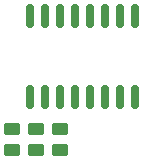
<source format=gbr>
%TF.GenerationSoftware,KiCad,Pcbnew,8.0.6+1*%
%TF.CreationDate,2024-12-08T19:19:34+01:00*%
%TF.ProjectId,8x2 backpack,38783220-6261-4636-9b70-61636b2e6b69,rev?*%
%TF.SameCoordinates,Original*%
%TF.FileFunction,Paste,Top*%
%TF.FilePolarity,Positive*%
%FSLAX46Y46*%
G04 Gerber Fmt 4.6, Leading zero omitted, Abs format (unit mm)*
G04 Created by KiCad (PCBNEW 8.0.6+1) date 2024-12-08 19:19:34*
%MOMM*%
%LPD*%
G01*
G04 APERTURE LIST*
G04 Aperture macros list*
%AMRoundRect*
0 Rectangle with rounded corners*
0 $1 Rounding radius*
0 $2 $3 $4 $5 $6 $7 $8 $9 X,Y pos of 4 corners*
0 Add a 4 corners polygon primitive as box body*
4,1,4,$2,$3,$4,$5,$6,$7,$8,$9,$2,$3,0*
0 Add four circle primitives for the rounded corners*
1,1,$1+$1,$2,$3*
1,1,$1+$1,$4,$5*
1,1,$1+$1,$6,$7*
1,1,$1+$1,$8,$9*
0 Add four rect primitives between the rounded corners*
20,1,$1+$1,$2,$3,$4,$5,0*
20,1,$1+$1,$4,$5,$6,$7,0*
20,1,$1+$1,$6,$7,$8,$9,0*
20,1,$1+$1,$8,$9,$2,$3,0*%
G04 Aperture macros list end*
%ADD10RoundRect,0.250000X0.450000X-0.262500X0.450000X0.262500X-0.450000X0.262500X-0.450000X-0.262500X0*%
%ADD11RoundRect,0.150000X0.150000X-0.837500X0.150000X0.837500X-0.150000X0.837500X-0.150000X-0.837500X0*%
G04 APERTURE END LIST*
D10*
%TO.C,A1*%
X47434500Y-57324000D03*
X47434500Y-55499000D03*
%TD*%
%TO.C,A0*%
X45402500Y-57324000D03*
X45402500Y-55499000D03*
%TD*%
%TO.C,A2*%
X49466500Y-57324000D03*
X49466500Y-55499000D03*
%TD*%
D11*
%TO.C,U1*%
X46926500Y-52856500D03*
X48196500Y-52856500D03*
X49466500Y-52856500D03*
X50736500Y-52856500D03*
X52006500Y-52856500D03*
X53276500Y-52856500D03*
X54546500Y-52856500D03*
X55816500Y-52856500D03*
X55816500Y-45931500D03*
X54546500Y-45931500D03*
X53276500Y-45931500D03*
X52006500Y-45931500D03*
X50736500Y-45931500D03*
X49466500Y-45931500D03*
X48196500Y-45931500D03*
X46926500Y-45931500D03*
%TD*%
M02*

</source>
